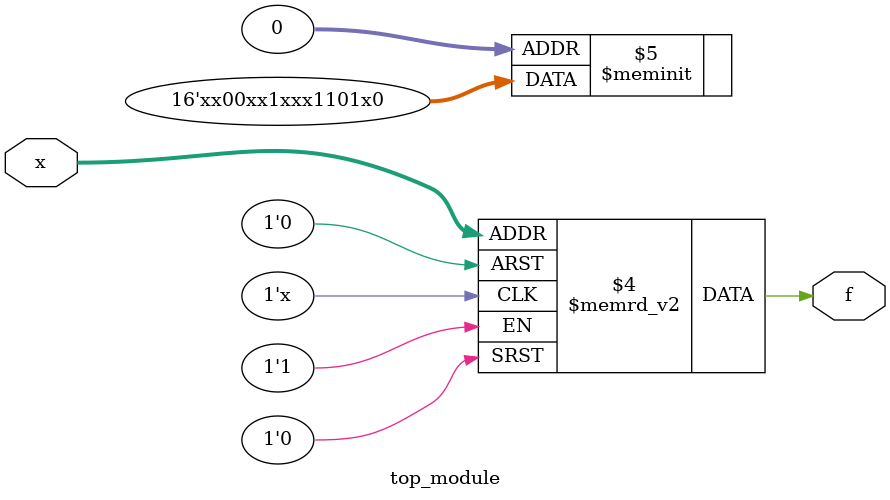
<source format=sv>
module top_module (
	input [4:1] x,
	output logic f
);

always_comb begin
    case(x)
        4'b0000: f = 1'b0;
        4'b0001: f = 1'bx;
        4'b0010: f = 1'b1;
        4'b0011: f = 1'b0;
        4'b0100: f = 1'b1;
        4'b0101: f = 1'b1;
        4'b0110: f = 1'bx;
        4'b0111: f = 1'bx;
        4'b1000: f = 1'bx;
        4'b1001: f = 1'b1;
        4'b1010: f = 1'bx;
        4'b1011: f = 1'bx;
        4'b1100: f = 1'b0;
        4'b1101: f = 1'b0;
        4'b1110: f = 1'bx;
        4'b1111: f = 1'bx;
    endcase
end

endmodule

</source>
